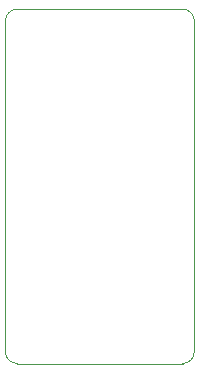
<source format=gbr>
%TF.GenerationSoftware,KiCad,Pcbnew,(5.1.9-0-10_14)*%
%TF.CreationDate,2021-04-23T14:41:01+01:00*%
%TF.ProjectId,Shelly,5368656c-6c79-42e6-9b69-6361645f7063,rev?*%
%TF.SameCoordinates,Original*%
%TF.FileFunction,Profile,NP*%
%FSLAX46Y46*%
G04 Gerber Fmt 4.6, Leading zero omitted, Abs format (unit mm)*
G04 Created by KiCad (PCBNEW (5.1.9-0-10_14)) date 2021-04-23 14:41:01*
%MOMM*%
%LPD*%
G01*
G04 APERTURE LIST*
%TA.AperFunction,Profile*%
%ADD10C,0.100000*%
%TD*%
G04 APERTURE END LIST*
D10*
X171000000Y-89000000D02*
G75*
G02*
X170000000Y-88000000I0J1000000D01*
G01*
X186000000Y-88000000D02*
G75*
G02*
X185000000Y-89000000I-1000000J0D01*
G01*
X170000000Y-60000000D02*
G75*
G02*
X171000000Y-59000000I1000000J0D01*
G01*
X185000000Y-59000000D02*
G75*
G02*
X186000000Y-60000000I0J-1000000D01*
G01*
X185000000Y-89000000D02*
X171000000Y-89000000D01*
X186000000Y-60000000D02*
X186000000Y-88000000D01*
X171000000Y-59000000D02*
X185000000Y-59000000D01*
X170000000Y-88000000D02*
X170000000Y-60000000D01*
M02*

</source>
